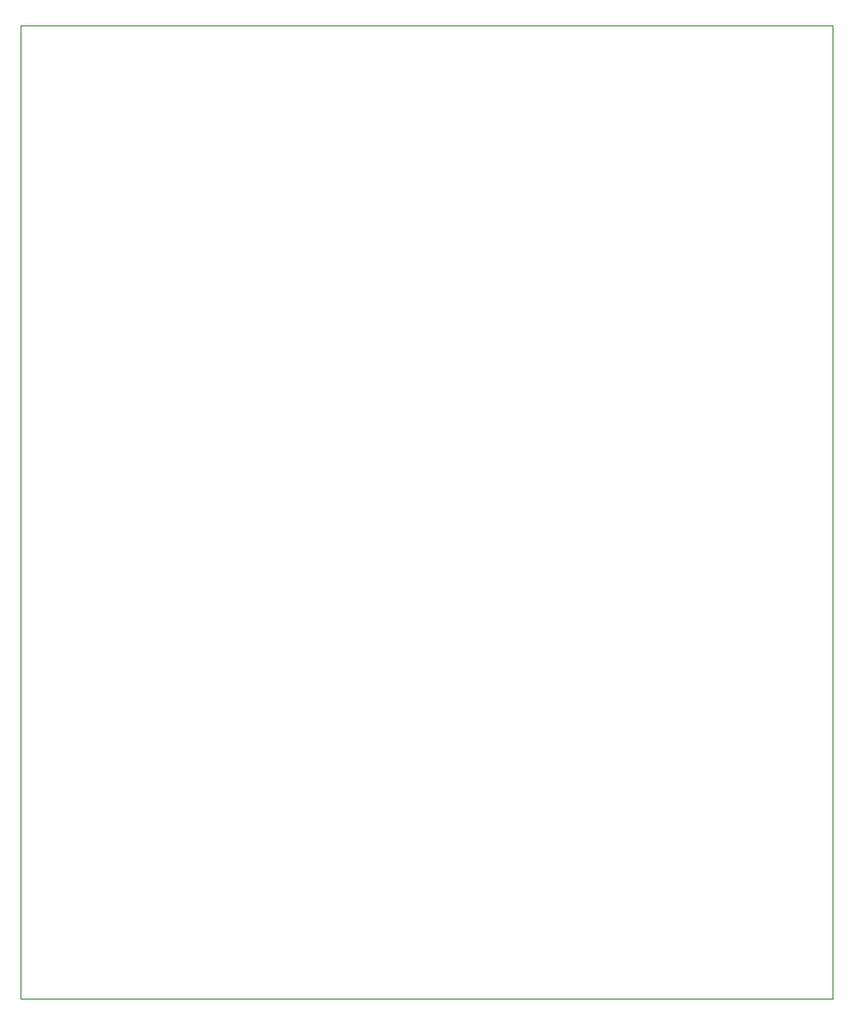
<source format=gbr>
G04 #@! TF.FileFunction,Profile,NP*
%FSLAX46Y46*%
G04 Gerber Fmt 4.6, Leading zero omitted, Abs format (unit mm)*
G04 Created by KiCad (PCBNEW 4.0.1-stable) date 10.10.2017 21:56:15*
%MOMM*%
G01*
G04 APERTURE LIST*
%ADD10C,0.100000*%
G04 APERTURE END LIST*
D10*
X0Y0D02*
X0Y-84400000D01*
X70400000Y0D02*
X0Y0D01*
X70400000Y-84400000D02*
X70400000Y0D01*
X0Y-84400000D02*
X70400000Y-84400000D01*
M02*

</source>
